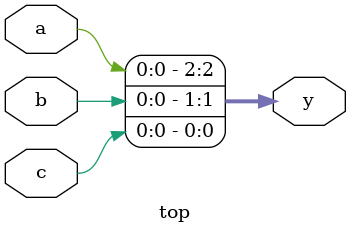
<source format=v>
module top (a, b, c, y);

	input a, b, c;
	output [2:0] y;

	assign y = {a, b,c};

endmodule
</source>
